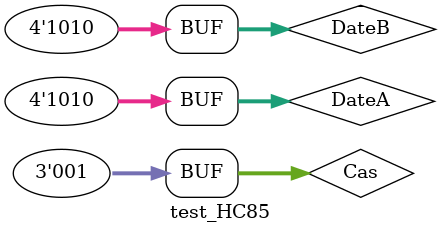
<source format=v>


`timescale 1ns/100ps

module test_HC85;


reg [3:0]DateA;
reg [3:0]DateB;
reg [2:0]Cas;
wire [2:0]Q;

HC85 hc85(DateA,DateB,Cas,Q);

initial 
begin
    Cas=3'b100;
    DateA=4'b1011;
    DateB=4'b1011;
#5;
#10;
    DateA=4'b1010;
#10;
Cas=3'b001;
#10;
DateB=4'b1010; 

end
initial

$monitor("dataA=%b,dataB=%b,cas=%b,Q=%b",DateA,DateB,Cas,Q);

endmodule




</source>
